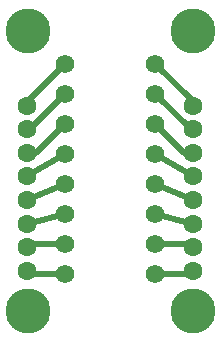
<source format=gbl>
G04 Layer: BottomLayer*
G04 EasyEDA v5.9.42, Fri, 05 Apr 2019 14:57:40 GMT*
G04 4e9f10f097634dd6829a82e3e2597e5f*
G04 Gerber Generator version 0.2*
G04 Scale: 100 percent, Rotated: No, Reflected: No *
G04 Dimensions in inches *
G04 leading zeros omitted , absolute positions ,2 integer and 4 decimal *
%FSLAX24Y24*%
%MOIN*%
G90*
G70D02*

%ADD11C,0.063000*%
%ADD12C,0.062000*%
%ADD13C,0.150000*%
%ADD14C,0.020000*%

%LPD*%
G54D14*
G01X5150Y2150D02*
G01X6300Y2150D01*
G01X6400Y2250D01*
G01X5150Y3150D02*
G01X6286Y3150D01*
G01X6400Y3036D01*
G01X5150Y4150D02*
G01X5150Y4150D01*
G01X6400Y3825D01*
G01X5150Y5150D02*
G01X5150Y5150D01*
G01X6400Y4611D01*
G01X5150Y6150D02*
G01X5150Y6150D01*
G01X6400Y5400D01*
G01X5150Y7150D02*
G01X6113Y6186D01*
G01X6400Y6186D01*
G01X5150Y8150D02*
G01X6326Y6973D01*
G01X6400Y6973D01*
G01X5150Y9150D02*
G01X6400Y7900D01*
G01X6400Y7761D01*
G01X2150Y2150D02*
G01X988Y2150D01*
G01X888Y2250D01*
G01X2150Y3150D02*
G01X1001Y3150D01*
G01X888Y3036D01*
G01X2150Y4150D02*
G01X2150Y4150D01*
G01X888Y3825D01*
G01X2150Y5150D02*
G01X2150Y5150D01*
G01X888Y4611D01*
G01X2150Y6150D02*
G01X888Y5399D01*
G01X888Y5400D01*
G01X2150Y7150D02*
G01X1186Y6186D01*
G01X888Y6186D01*
G01X2150Y8150D02*
G01X973Y6973D01*
G01X888Y6973D01*
G01X2150Y9150D02*
G01X888Y7888D01*
G01X888Y7761D01*
G54D11*
G01X6400Y2250D03*
G01X6400Y3037D03*
G01X6400Y3824D03*
G01X6400Y4612D03*
G01X6400Y5399D03*
G01X6400Y6186D03*
G01X6400Y6974D03*
G01X6400Y7761D03*
G01X888Y2250D03*
G01X888Y3037D03*
G01X888Y3824D03*
G01X888Y4612D03*
G01X888Y5399D03*
G01X888Y6186D03*
G01X888Y6974D03*
G01X888Y7761D03*
G54D12*
G01X2150Y2150D03*
G01X2150Y3150D03*
G01X2150Y4150D03*
G01X2150Y5150D03*
G01X2150Y6150D03*
G01X2150Y7150D03*
G01X2150Y8150D03*
G01X2150Y9150D03*
G01X5150Y9150D03*
G01X5150Y8150D03*
G01X5150Y7150D03*
G01X5150Y6150D03*
G01X5150Y5150D03*
G01X5150Y4150D03*
G01X5150Y3150D03*
G01X5150Y2150D03*
G54D13*
G01X6400Y10250D03*
G01X900Y10250D03*
G01X900Y900D03*
G01X6400Y900D03*
M00*
M02*

</source>
